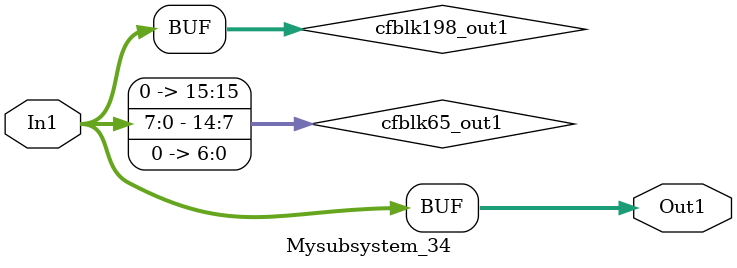
<source format=v>



`timescale 1 ns / 1 ns

module Mysubsystem_34
          (In1,
           Out1);


  input   [7:0] In1;  // uint8
  output  [7:0] Out1;  // uint8


  wire [15:0] cfblk65_out1;  // ufix16_En7
  wire [7:0] cfblk198_out1;  // uint8


  assign cfblk65_out1 = {1'b0, {In1, 7'b0000000}};



  assign cfblk198_out1 = cfblk65_out1[14:7];



  assign Out1 = cfblk198_out1;

endmodule  // Mysubsystem_34


</source>
